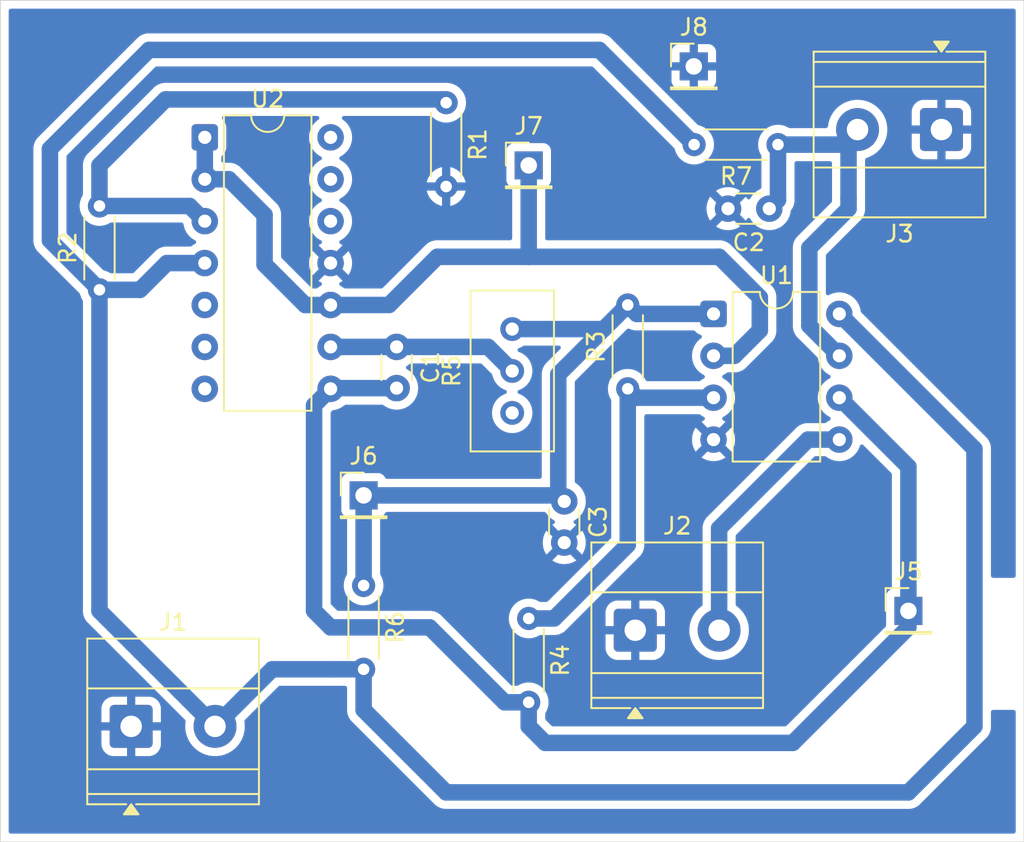
<source format=kicad_pcb>
(kicad_pcb (version 20241229) (generator "pcbnew") (generator_version "9.0")
  (layers (0 "F.Cu" signal) (2 "B.Cu" signal) (13 "F.Paste" user) (15 "B.Paste" user) (5 "F.SilkS" user "F.Silkscreen") (7 "B.SilkS" user "B.Silkscreen") (1 "F.Mask" user) (3 "B.Mask" user) (25 "Edge.Cuts" user))
  (net 0 "")
  (net 1 "GND")
  (net 2 "Net-(U1A-+)")
  (net 3 "Vcc")
  (net 4 "Net-(U2C--)")
  (net 5 "Va")
  (net 6 "Vb")
  (net 7 "Net-(J7-Pin_1)")
  (net 8 "Net-(U2A-+)")
  (net 9 "Vr")
  (net 10 "Vg")
  (footprint "TerminalBlock_Phoenix:TerminalBlock_Phoenix_MKDS-1,5-2-5.08_1x02_P5.08mm_Horizontal" (layer "F.Cu") (at 156.455 108.1725)
    (property "Reference" "J2" (at 2.54 -6.32 0) (layer "F.SilkS"))
    (property "Value" "ref")
    (fp_line (start -2.66 -5.32) (end -2.66 4.72) (stroke (width 0.12)) (layer "F.SilkS"))
    (fp_line (start -2.66 -5.32) (end 7.74 -5.32) (stroke (width 0.12)) (layer "F.SilkS"))
    (fp_line (start -2.66 -2.3) (end 7.74 -2.3) (stroke (width 0.12)) (layer "F.SilkS"))
    (fp_line (start -2.66 2.6) (end 7.74 2.6) (stroke (width 0.12)) (layer "F.SilkS"))
    (fp_line (start -2.66 4.1) (end 7.74 4.1) (stroke (width 0.12)) (layer "F.SilkS"))
    (fp_line (start -2.66 4.72) (end -0.3 4.72) (stroke (width 0.12)) (layer "F.SilkS"))
    (fp_line (start 0.3 4.72) (end 7.74 4.72) (stroke (width 0.12)) (layer "F.SilkS"))
    (fp_line (start 7.74 -5.32) (end 7.74 4.72) (stroke (width 0.12)) (layer "F.SilkS"))
    (fp_poly (pts (xy 0 4.72) (xy 0.44 5.33) (xy -0.44 5.33)) (stroke (width 0.12)) (fill yes) (layer "F.SilkS"))
    (pad "1" thru_hole roundrect (at 0 0) (size 2.6 2.6) (drill 1.3) (layers "*.Cu" "*.Mask") (roundrect_rratio 0.096154) (net 1 "GND"))
    (pad "2" thru_hole circle (at 5.08 0) (size 2.6 2.6) (drill 1.3) (layers "*.Cu" "*.Mask") (net 9 "Vr"))
  )
  (footprint "Connector_PinHeader_2.54mm:PinHeader_1x01_P2.54mm_Vertical" (layer "F.Cu") (at 173 107)
    (property "Reference" "J5" (at 0 -2.38 0) (layer "F.SilkS"))
    (property "Value" "Vb_pin")
    (fp_line (start -1.38 -1.38) (end 0 -1.38) (stroke (width 0.12)) (layer "F.SilkS"))
    (fp_line (start -1.38 0) (end -1.38 -1.38) (stroke (width 0.12)) (layer "F.SilkS"))
    (fp_line (start -1.38 1.27) (end -1.38 1.38) (stroke (width 0.12)) (layer "F.SilkS"))
    (fp_line (start -1.38 1.27) (end 1.38 1.27) (stroke (width 0.12)) (layer "F.SilkS"))
    (fp_line (start -1.38 1.38) (end 1.38 1.38) (stroke (width 0.12)) (layer "F.SilkS"))
    (fp_line (start 1.38 1.27) (end 1.38 1.38) (stroke (width 0.12)) (layer "F.SilkS"))
    (pad "1" thru_hole rect (at 0 0) (size 1.7 1.7) (drill 1) (layers "*.Cu" "*.Mask") (net 6 "Vb"))
  )
  (footprint "TerminalBlock_Phoenix:TerminalBlock_Phoenix_MKDS-1,5-2-5.08_1x02_P5.08mm_Horizontal" (layer "F.Cu") (at 125.92 114)
    (property "Reference" "J1" (at 2.54 -6.32 0) (layer "F.SilkS"))
    (property "Value" "in")
    (fp_line (start -2.66 -5.32) (end -2.66 4.72) (stroke (width 0.12)) (layer "F.SilkS"))
    (fp_line (start -2.66 -5.32) (end 7.74 -5.32) (stroke (width 0.12)) (layer "F.SilkS"))
    (fp_line (start -2.66 -2.3) (end 7.74 -2.3) (stroke (width 0.12)) (layer "F.SilkS"))
    (fp_line (start -2.66 2.6) (end 7.74 2.6) (stroke (width 0.12)) (layer "F.SilkS"))
    (fp_line (start -2.66 4.1) (end 7.74 4.1) (stroke (width 0.12)) (layer "F.SilkS"))
    (fp_line (start -2.66 4.72) (end -0.3 4.72) (stroke (width 0.12)) (layer "F.SilkS"))
    (fp_line (start 0.3 4.72) (end 7.74 4.72) (stroke (width 0.12)) (layer "F.SilkS"))
    (fp_line (start 7.74 -5.32) (end 7.74 4.72) (stroke (width 0.12)) (layer "F.SilkS"))
    (fp_poly (pts (xy 0 4.72) (xy 0.44 5.33) (xy -0.44 5.33)) (stroke (width 0.12)) (fill yes) (layer "F.SilkS"))
    (pad "1" thru_hole roundrect (at 0 0) (size 2.6 2.6) (drill 1.3) (layers "*.Cu" "*.Mask") (roundrect_rratio 0.096154) (net 1 "GND"))
    (pad "2" thru_hole circle (at 5.08 0) (size 2.6 2.6) (drill 1.3) (layers "*.Cu" "*.Mask") (net 3 "Vcc"))
  )
  (footprint "TerminalBlock_Phoenix:TerminalBlock_Phoenix_MKDS-1,5-2-5.08_1x02_P5.08mm_Horizontal" (layer "F.Cu") (at 175 77.8275 180)
    (property "Reference" "J3" (at 2.54 -6.32 0) (layer "F.SilkS"))
    (property "Value" "out")
    (fp_line (start 7.74 -5.32) (end 7.74 4.72) (stroke (width 0.12)) (layer "F.SilkS"))
    (fp_line (start 0.3 4.72) (end 7.74 4.72) (stroke (width 0.12)) (layer "F.SilkS"))
    (fp_line (start -2.66 4.72) (end -0.3 4.72) (stroke (width 0.12)) (layer "F.SilkS"))
    (fp_line (start -2.66 4.1) (end 7.74 4.1) (stroke (width 0.12)) (layer "F.SilkS"))
    (fp_line (start -2.66 2.6) (end 7.74 2.6) (stroke (width 0.12)) (layer "F.SilkS"))
    (fp_line (start -2.66 -2.3) (end 7.74 -2.3) (stroke (width 0.12)) (layer "F.SilkS"))
    (fp_line (start -2.66 -5.32) (end 7.74 -5.32) (stroke (width 0.12)) (layer "F.SilkS"))
    (fp_line (start -2.66 -5.32) (end -2.66 4.72) (stroke (width 0.12)) (layer "F.SilkS"))
    (fp_poly (pts (xy 0 4.72) (xy 0.44 5.33) (xy -0.44 5.33)) (stroke (width 0.12)) (fill yes) (layer "F.SilkS"))
    (pad "1" thru_hole roundrect (at 0 0 180) (size 2.6 2.6) (drill 1.3) (layers "*.Cu" "*.Mask") (roundrect_rratio 0.096154) (net 1 "GND"))
    (pad "2" thru_hole circle (at 5.08 0 180) (size 2.6 2.6) (drill 1.3) (layers "*.Cu" "*.Mask") (net 10 "Vg"))
  )
  (footprint "Capacitor_THT:C_Disc_D3.0mm_W1.6mm_P2.50mm" (layer "F.Cu") (at 142 91 -90)
    (property "Reference" "C1" (at 1.25 -2.05 90) (layer "F.SilkS"))
    (property "Value" "33pF")
    (fp_line (start 0.485 0.92) (end 2.015 0.92) (stroke (width 0.12)) (layer "F.SilkS"))
    (fp_line (start 0.485 -0.92) (end 2.015 -0.92) (stroke (width 0.12)) (layer "F.SilkS"))
    (pad "1" thru_hole circle (at 0 0 270) (size 1.6 1.6) (drill 0.8) (layers "*.Cu" "*.Mask") (net 4 "Net-(U2C--)"))
    (pad "2" thru_hole circle (at 2.5 0 270) (size 1.6 1.6) (drill 0.8) (layers "*.Cu" "*.Mask") (net 6 "Vb"))
  )
  (footprint "Resistor_THT:R_Axial_DIN0204_L3.6mm_D1.6mm_P5.08mm_Horizontal" (layer "F.Cu") (at 156 93.54 90)
    (property "Reference" "R3" (at 2.54 -1.92 90) (layer "F.SilkS"))
    (property "Value" "100k")
    (fp_line (start 0.62 -0.92) (end 4.46 -0.92) (stroke (width 0.12)) (layer "F.SilkS"))
    (fp_line (start 0.62 0.92) (end 4.46 0.92) (stroke (width 0.12)) (layer "F.SilkS"))
    (pad "1" thru_hole circle (at 0 0 90) (size 1.4 1.4) (drill 0.7) (layers "*.Cu" "*.Mask") (net 2 "Net-(U1A-+)"))
    (pad "2" thru_hole oval (at 5.08 0 90) (size 1.4 1.4) (drill 0.7) (layers "*.Cu" "*.Mask") (net 5 "Va"))
  )
  (footprint "Connector_PinHeader_2.54mm:PinHeader_1x01_P2.54mm_Vertical" (layer "F.Cu") (at 160 74)
    (property "Reference" "J8" (at 0 -2.38 0) (layer "F.SilkS"))
    (property "Value" "gnd_pin")
    (fp_line (start -1.38 -1.38) (end 0 -1.38) (stroke (width 0.12)) (layer "F.SilkS"))
    (fp_line (start -1.38 0) (end -1.38 -1.38) (stroke (width 0.12)) (layer "F.SilkS"))
    (fp_line (start -1.38 1.27) (end -1.38 1.38) (stroke (width 0.12)) (layer "F.SilkS"))
    (fp_line (start -1.38 1.27) (end 1.38 1.27) (stroke (width 0.12)) (layer "F.SilkS"))
    (fp_line (start -1.38 1.38) (end 1.38 1.38) (stroke (width 0.12)) (layer "F.SilkS"))
    (fp_line (start 1.38 1.27) (end 1.38 1.38) (stroke (width 0.12)) (layer "F.SilkS"))
    (pad "1" thru_hole rect (at 0 0) (size 1.7 1.7) (drill 1) (layers "*.Cu" "*.Mask") (net 1 "GND"))
  )
  (footprint "Resistor_THT:R_Axial_DIN0204_L3.6mm_D1.6mm_P5.08mm_Horizontal" (layer "F.Cu") (at 124 87.54 90)
    (property "Reference" "R2" (at 2.54 -1.92 90) (layer "F.SilkS"))
    (property "Value" "100k")
    (fp_line (start 0.62 -0.92) (end 4.46 -0.92) (stroke (width 0.12)) (layer "F.SilkS"))
    (fp_line (start 0.62 0.92) (end 4.46 0.92) (stroke (width 0.12)) (layer "F.SilkS"))
    (pad "1" thru_hole circle (at 0 0 90) (size 1.4 1.4) (drill 0.7) (layers "*.Cu" "*.Mask") (net 3 "Vcc"))
    (pad "2" thru_hole oval (at 5.08 0 90) (size 1.4 1.4) (drill 0.7) (layers "*.Cu" "*.Mask") (net 8 "Net-(U2A-+)"))
  )
  (footprint "Package_DIP:DIP-8_W7.62mm" (layer "F.Cu") (at 161.195 89)
    (property "Reference" "U1" (at 3.81 -2.33 0) (layer "F.SilkS"))
    (property "Value" "LM393")
    (fp_line (start 1.16 -1.33) (end 1.16 8.95) (stroke (width 0.12)) (layer "F.SilkS"))
    (fp_line (start 1.16 8.95) (end 6.46 8.95) (stroke (width 0.12)) (layer "F.SilkS"))
    (fp_line (start 2.81 -1.33) (end 1.16 -1.33) (stroke (width 0.12)) (layer "F.SilkS"))
    (fp_line (start 6.46 -1.33) (end 4.81 -1.33) (stroke (width 0.12)) (layer "F.SilkS"))
    (fp_line (start 6.46 8.95) (end 6.46 -1.33) (stroke (width 0.12)) (layer "F.SilkS"))
    (fp_arc (start 4.81 -1.33) (mid 3.81 -0.33) (end 2.81 -1.33) (stroke (width 0.12)) (layer "F.SilkS"))
    (pad "1" thru_hole roundrect (at 0 0) (size 1.6 1.6) (drill 0.8) (layers "*.Cu" "*.Mask") (roundrect_rratio 0.15625) (net 5 "Va"))
    (pad "2" thru_hole circle (at 0 2.54) (size 1.6 1.6) (drill 0.8) (layers "*.Cu" "*.Mask") (net 7 "Net-(J7-Pin_1)"))
    (pad "3" thru_hole circle (at 0 5.08) (size 1.6 1.6) (drill 0.8) (layers "*.Cu" "*.Mask") (net 2 "Net-(U1A-+)"))
    (pad "4" thru_hole circle (at 0 7.62) (size 1.6 1.6) (drill 0.8) (layers "*.Cu" "*.Mask") (net 1 "GND"))
    (pad "5" thru_hole circle (at 7.62 7.62) (size 1.6 1.6) (drill 0.8) (layers "*.Cu" "*.Mask") (net 9 "Vr"))
    (pad "6" thru_hole circle (at 7.62 5.08) (size 1.6 1.6) (drill 0.8) (layers "*.Cu" "*.Mask") (net 6 "Vb"))
    (pad "7" thru_hole circle (at 7.62 2.54) (size 1.6 1.6) (drill 0.8) (layers "*.Cu" "*.Mask") (net 10 "Vg"))
    (pad "8" thru_hole circle (at 7.62 0) (size 1.6 1.6) (drill 0.8) (layers "*.Cu" "*.Mask") (net 3 "Vcc"))
  )
  (footprint "Capacitor_THT:C_Disc_D3.0mm_W1.6mm_P2.50mm" (layer "F.Cu") (at 164.574337 82.621247 180)
    (property "Reference" "C2" (at 1.25 -2.05 0) (layer "F.SilkS"))
    (property "Value" "1.8p")
    (fp_line (start 0.485 0.92) (end 2.015 0.92) (stroke (width 0.12)) (layer "F.SilkS"))
    (fp_line (start 0.485 -0.92) (end 2.015 -0.92) (stroke (width 0.12)) (layer "F.SilkS"))
    (pad "1" thru_hole circle (at 0 0 180) (size 1.6 1.6) (drill 0.8) (layers "*.Cu" "*.Mask") (net 10 "Vg"))
    (pad "2" thru_hole circle (at 2.5 0 180) (size 1.6 1.6) (drill 0.8) (layers "*.Cu" "*.Mask") (net 1 "GND"))
  )
  (footprint "Resistor_THT:R_Axial_DIN0204_L3.6mm_D1.6mm_P5.08mm_Horizontal" (layer "F.Cu") (at 165.1 78.74 180)
    (property "Reference" "R7" (at 2.54 -1.92 0) (layer "F.SilkS"))
    (property "Value" "12k")
    (fp_line (start 0.62 0.92) (end 4.46 0.92) (stroke (width 0.12)) (layer "F.SilkS"))
    (fp_line (start 0.62 -0.92) (end 4.46 -0.92) (stroke (width 0.12)) (layer "F.SilkS"))
    (pad "1" thru_hole circle (at 0 0 180) (size 1.4 1.4) (drill 0.7) (layers "*.Cu" "*.Mask") (net 10 "Vg"))
    (pad "2" thru_hole oval (at 5.08 0 180) (size 1.4 1.4) (drill 0.7) (layers "*.Cu" "*.Mask") (net 3 "Vcc"))
  )
  (footprint "Resistor_THT:R_Axial_DIN0204_L3.6mm_D1.6mm_P5.08mm_Horizontal" (layer "F.Cu") (at 145 76.2 -90)
    (property "Reference" "R1" (at 2.54 -1.92 90) (layer "F.SilkS"))
    (property "Value" "100k")
    (fp_line (start 0.62 0.92) (end 4.46 0.92) (stroke (width 0.12)) (layer "F.SilkS"))
    (fp_line (start 0.62 -0.92) (end 4.46 -0.92) (stroke (width 0.12)) (layer "F.SilkS"))
    (pad "1" thru_hole circle (at 0 0 270) (size 1.4 1.4) (drill 0.7) (layers "*.Cu" "*.Mask") (net 8 "Net-(U2A-+)"))
    (pad "2" thru_hole oval (at 5.08 0 270) (size 1.4 1.4) (drill 0.7) (layers "*.Cu" "*.Mask") (net 1 "GND"))
  )
  (footprint "Package_DIP:DIP-14_W7.62mm" (layer "F.Cu") (at 130.38 78.3)
    (property "Reference" "U2" (at 3.81 -2.33 0) (layer "F.SilkS"))
    (property "Value" "LM324")
    (fp_line (start 1.16 -1.33) (end 1.16 16.57) (stroke (width 0.12)) (layer "F.SilkS"))
    (fp_line (start 1.16 16.57) (end 6.46 16.57) (stroke (width 0.12)) (layer "F.SilkS"))
    (fp_line (start 2.81 -1.33) (end 1.16 -1.33) (stroke (width 0.12)) (layer "F.SilkS"))
    (fp_line (start 6.46 -1.33) (end 4.81 -1.33) (stroke (width 0.12)) (layer "F.SilkS"))
    (fp_line (start 6.46 16.57) (end 6.46 -1.33) (stroke (width 0.12)) (layer "F.SilkS"))
    (fp_arc (start 4.81 -1.33) (mid 3.81 -0.33) (end 2.81 -1.33) (stroke (width 0.12)) (layer "F.SilkS"))
    (pad "1" thru_hole roundrect (at 0 0) (size 1.6 1.6) (drill 0.8) (layers "*.Cu" "*.Mask") (roundrect_rratio 0.15625) (net 7 "Net-(J7-Pin_1)"))
    (pad "2" thru_hole circle (at 0 2.54) (size 1.6 1.6) (drill 0.8) (layers "*.Cu" "*.Mask") (net 7 "Net-(J7-Pin_1)"))
    (pad "3" thru_hole circle (at 0 5.08) (size 1.6 1.6) (drill 0.8) (layers "*.Cu" "*.Mask") (net 8 "Net-(U2A-+)"))
    (pad "4" thru_hole circle (at 0 7.62) (size 1.6 1.6) (drill 0.8) (layers "*.Cu" "*.Mask") (net 3 "Vcc"))
    (pad "5" thru_hole circle (at 0 10.16) (size 1.6 1.6) (drill 0.8) (layers "*.Cu" "*.Mask"))
    (pad "6" thru_hole circle (at 0 12.7) (size 1.6 1.6) (drill 0.8) (layers "*.Cu" "*.Mask"))
    (pad "7" thru_hole circle (at 0 15.24) (size 1.6 1.6) (drill 0.8) (layers "*.Cu" "*.Mask"))
    (pad "8" thru_hole circle (at 7.62 15.24) (size 1.6 1.6) (drill 0.8) (layers "*.Cu" "*.Mask") (net 6 "Vb"))
    (pad "9" thru_hole circle (at 7.62 12.7) (size 1.6 1.6) (drill 0.8) (layers "*.Cu" "*.Mask") (net 4 "Net-(U2C--)"))
    (pad "10" thru_hole circle (at 7.62 10.16) (size 1.6 1.6) (drill 0.8) (layers "*.Cu" "*.Mask") (net 7 "Net-(J7-Pin_1)"))
    (pad "11" thru_hole circle (at 7.62 7.62) (size 1.6 1.6) (drill 0.8) (layers "*.Cu" "*.Mask") (net 1 "GND"))
    (pad "12" thru_hole circle (at 7.62 5.08) (size 1.6 1.6) (drill 0.8) (layers "*.Cu" "*.Mask"))
    (pad "13" thru_hole circle (at 7.62 2.54) (size 1.6 1.6) (drill 0.8) (layers "*.Cu" "*.Mask"))
    (pad "14" thru_hole circle (at 7.62 0) (size 1.6 1.6) (drill 0.8) (layers "*.Cu" "*.Mask"))
  )
  (footprint "Resistor_THT:R_Axial_DIN0204_L3.6mm_D1.6mm_P5.08mm_Horizontal" (layer "F.Cu") (at 150 107.46 -90)
    (property "Reference" "R4" (at 2.54 -1.92 90) (layer "F.SilkS"))
    (property "Value" "47k")
    (fp_line (start 0.62 0.92) (end 4.46 0.92) (stroke (width 0.12)) (layer "F.SilkS"))
    (fp_line (start 0.62 -0.92) (end 4.46 -0.92) (stroke (width 0.12)) (layer "F.SilkS"))
    (pad "1" thru_hole circle (at 0 0 270) (size 1.4 1.4) (drill 0.7) (layers "*.Cu" "*.Mask") (net 2 "Net-(U1A-+)"))
    (pad "2" thru_hole oval (at 5.08 0 270) (size 1.4 1.4) (drill 0.7) (layers "*.Cu" "*.Mask") (net 6 "Vb"))
  )
  (footprint "Capacitor_THT:C_Disc_D3.0mm_W1.6mm_P2.50mm" (layer "F.Cu") (at 152.15398 100.362386 -90)
    (property "Reference" "C3" (at 1.25 -2.05 90) (layer "F.SilkS"))
    (property "Value" "1.8p")
    (fp_line (start 0.485 0.92) (end 2.015 0.92) (stroke (width 0.12)) (layer "F.SilkS"))
    (fp_line (start 0.485 -0.92) (end 2.015 -0.92) (stroke (width 0.12)) (layer "F.SilkS"))
    (pad "1" thru_hole circle (at 0 0 270) (size 1.6 1.6) (drill 0.8) (layers "*.Cu" "*.Mask") (net 5 "Va"))
    (pad "2" thru_hole circle (at 2.5 0 270) (size 1.6 1.6) (drill 0.8) (layers "*.Cu" "*.Mask") (net 1 "GND"))
  )
  (footprint "Potentiometer_THT:Potentiometer_Bourns_3296W_Vertical" (layer "F.Cu") (at 149 89.92 90)
    (property "Reference" "R5" (at -2.54 -3.66 90) (layer "F.SilkS"))
    (property "Value" "100k")
    (fp_line (start 2.335 -2.52) (end 2.335 2.53) (stroke (width 0.12)) (layer "F.SilkS"))
    (fp_line (start -7.415 -2.52) (end 2.335 -2.52) (stroke (width 0.12)) (layer "F.SilkS"))
    (fp_line (start -7.415 -2.52) (end -7.415 2.53) (stroke (width 0.12)) (layer "F.SilkS"))
    (fp_line (start -7.415 2.53) (end 2.335 2.53) (stroke (width 0.12)) (layer "F.SilkS"))
    (pad "1" thru_hole circle (at 0 0 90) (size 1.44 1.44) (drill 0.8) (layers "*.Cu" "*.Mask") (net 5 "Va"))
    (pad "2" thru_hole circle (at -2.54 0 90) (size 1.44 1.44) (drill 0.8) (layers "*.Cu" "*.Mask") (net 4 "Net-(U2C--)"))
    (pad "3" thru_hole circle (at -5.08 0 90) (size 1.44 1.44) (drill 0.8) (layers "*.Cu" "*.Mask"))
  )
  (footprint "Resistor_THT:R_Axial_DIN0204_L3.6mm_D1.6mm_P5.08mm_Horizontal" (layer "F.Cu") (at 140 105.46 -90)
    (property "Reference" "R6" (at 2.54 -1.92 90) (layer "F.SilkS"))
    (property "Value" "12k")
    (fp_line (start 0.62 0.92) (end 4.46 0.92) (stroke (width 0.12)) (layer "F.SilkS"))
    (fp_line (start 0.62 -0.92) (end 4.46 -0.92) (stroke (width 0.12)) (layer "F.SilkS"))
    (pad "1" thru_hole circle (at 0 0 270) (size 1.4 1.4) (drill 0.7) (layers "*.Cu" "*.Mask") (net 5 "Va"))
    (pad "2" thru_hole oval (at 5.08 0 270) (size 1.4 1.4) (drill 0.7) (layers "*.Cu" "*.Mask") (net 3 "Vcc"))
  )
  (footprint "Connector_PinHeader_2.54mm:PinHeader_1x01_P2.54mm_Vertical" (layer "F.Cu") (at 140 100)
    (property "Reference" "J6" (at 0 -2.38 0) (layer "F.SilkS"))
    (property "Value" "Va_pin")
    (fp_line (start -1.38 -1.38) (end 0 -1.38) (stroke (width 0.12)) (layer "F.SilkS"))
    (fp_line (start -1.38 0) (end -1.38 -1.38) (stroke (width 0.12)) (layer "F.SilkS"))
    (fp_line (start -1.38 1.27) (end -1.38 1.38) (stroke (width 0.12)) (layer "F.SilkS"))
    (fp_line (start -1.38 1.27) (end 1.38 1.27) (stroke (width 0.12)) (layer "F.SilkS"))
    (fp_line (start -1.38 1.38) (end 1.38 1.38) (stroke (width 0.12)) (layer "F.SilkS"))
    (fp_line (start 1.38 1.27) (end 1.38 1.38) (stroke (width 0.12)) (layer "F.SilkS"))
    (pad "1" thru_hole rect (at 0 0) (size 1.7 1.7) (drill 1) (layers "*.Cu" "*.Mask") (net 5 "Va"))
  )
  (footprint "Connector_PinHeader_2.54mm:PinHeader_1x01_P2.54mm_Vertical" (layer "F.Cu") (at 150 80)
    (property "Reference" "J7" (at 0 -2.38 0) (layer "F.SilkS"))
    (property "Value" "Vref_pin")
    (fp_line (start -1.38 -1.38) (end 0 -1.38) (stroke (width 0.12)) (layer "F.SilkS"))
    (fp_line (start -1.38 0) (end -1.38 -1.38) (stroke (width 0.12)) (layer "F.SilkS"))
    (fp_line (start -1.38 1.27) (end -1.38 1.38) (stroke (width 0.12)) (layer "F.SilkS"))
    (fp_line (start -1.38 1.27) (end 1.38 1.27) (stroke (width 0.12)) (layer "F.SilkS"))
    (fp_line (start -1.38 1.38) (end 1.38 1.38) (stroke (width 0.12)) (layer "F.SilkS"))
    (fp_line (start 1.38 1.27) (end 1.38 1.38) (stroke (width 0.12)) (layer "F.SilkS"))
    (pad "1" thru_hole rect (at 0 0) (size 1.7 1.7) (drill 1) (layers "*.Cu" "*.Mask") (net 7 "Net-(J7-Pin_1)"))
  )
  (gr_line (start 180 121) (end 118 121) (stroke (width 0.05)) (layer "Edge.Cuts"))
  (gr_line (start 118 70) (end 180 70) (stroke (width 0.05)) (layer "Edge.Cuts"))
  (gr_line (start 180 70) (end 180 121) (stroke (width 0.05)) (layer "Edge.Cuts"))
  (gr_line (start 118 121) (end 118 70) (stroke (width 0.05)) (layer "Edge.Cuts"))
  (segment (start 156 103) (end 156 93.54) (width 1) (layer "B.Cu") (net 2))
  (segment (start 151.54 107.46) (end 156 103) (width 1) (layer "B.Cu") (net 2))
  (segment (start 150 107.46) (end 151.54 107.46) (width 1) (layer "B.Cu") (net 2))
  (segment (start 161.195 94.08) (end 156.54 94.08) (width 1) (layer "B.Cu") (net 2))
  (segment (start 156.54 94.08) (end 156 93.54) (width 1) (layer "B.Cu") (net 2))
  (segment (start 121 84.54) (end 121 79) (width 1) (layer "B.Cu") (net 3))
  (segment (start 128.08 85.92) (end 130.38 85.92) (width 1) (layer "B.Cu") (net 3))
  (segment (start 127 73) (end 154.28 73) (width 1) (layer "B.Cu") (net 3))
  (segment (start 177 114) (end 177 97.185) (width 1) (layer "B.Cu") (net 3))
  (segment (start 140 113) (end 145 118) (width 1) (layer "B.Cu") (net 3))
  (segment (start 140 110.54) (end 138 110.54) (width 1) (layer "B.Cu") (net 3))
  (segment (start 124 87.54) (end 126.46 87.54) (width 1) (layer "B.Cu") (net 3))
  (segment (start 131 114) (end 134.46 110.54) (width 1) (layer "B.Cu") (net 3))
  (segment (start 124 87.54) (end 121 84.54) (width 1) (layer "B.Cu") (net 3))
  (segment (start 177 97.185) (end 168.815 89) (width 1) (layer "B.Cu") (net 3))
  (segment (start 134.46 110.54) (end 138 110.54) (width 1) (layer "B.Cu") (net 3))
  (segment (start 145 118) (end 173 118) (width 1) (layer "B.Cu") (net 3))
  (segment (start 126.46 87.54) (end 128.08 85.92) (width 1) (layer "B.Cu") (net 3))
  (segment (start 140 110.54) (end 140 113) (width 1) (layer "B.Cu") (net 3))
  (segment (start 121 79) (end 127 73) (width 1) (layer "B.Cu") (net 3))
  (segment (start 154.28 73) (end 160.02 78.74) (width 1) (layer "B.Cu") (net 3))
  (segment (start 173 118) (end 177 114) (width 1) (layer "B.Cu") (net 3))
  (segment (start 124 87.54) (end 124 107) (width 1) (layer "B.Cu") (net 3))
  (segment (start 124 107) (end 131 114) (width 1) (layer "B.Cu") (net 3))
  (segment (start 142 91) (end 147.54 91) (width 1) (layer "B.Cu") (net 4))
  (segment (start 138 91) (end 142 91) (width 1) (layer "B.Cu") (net 4))
  (segment (start 147.54 91) (end 149 92.46) (width 1) (layer "B.Cu") (net 4))
  (segment (start 151.791594 92.668406) (end 154.54 89.92) (width 1) (layer "B.Cu") (net 5))
  (segment (start 156 88.46) (end 156.54 89) (width 1) (layer "B.Cu") (net 5))
  (segment (start 149 89.92) (end 154.54 89.92) (width 1) (layer "B.Cu") (net 5))
  (segment (start 140 105.46) (end 140 100) (width 1) (layer "B.Cu") (net 5))
  (segment (start 154.54 89.92) (end 156 88.46) (width 1) (layer "B.Cu") (net 5))
  (segment (start 140 100) (end 151.791594 100) (width 1) (layer "B.Cu") (net 5))
  (segment (start 151.791594 100) (end 152.15398 100.362386) (width 1) (layer "B.Cu") (net 5))
  (segment (start 151.791594 100) (end 151.791594 92.668406) (width 1) (layer "B.Cu") (net 5))
  (segment (start 156.54 89) (end 161.195 89) (width 1) (layer "B.Cu") (net 5))
  (segment (start 168.815 94.08) (end 173 98.265) (width 1) (layer "B.Cu") (net 6))
  (segment (start 151 115) (end 166 115) (width 1) (layer "B.Cu") (net 6))
  (segment (start 137 94.54) (end 138 93.54) (width 1) (layer "B.Cu") (net 6))
  (segment (start 138.04 93.5) (end 138 93.54) (width 1) (layer "B.Cu") (net 6))
  (segment (start 150 114) (end 151 115) (width 1) (layer "B.Cu") (net 6))
  (segment (start 150 112.54) (end 150 114) (width 1) (layer "B.Cu") (net 6))
  (segment (start 173 108) (end 173 107) (width 1) (layer "B.Cu") (net 6))
  (segment (start 138 108) (end 137 107) (width 1) (layer "B.Cu") (net 6))
  (segment (start 142 93.5) (end 138.04 93.5) (width 1) (layer "B.Cu") (net 6))
  (segment (start 148.54 112.54) (end 144 108) (width 1) (layer "B.Cu") (net 6))
  (segment (start 166 115) (end 173 108) (width 1) (layer "B.Cu") (net 6))
  (segment (start 150 112.54) (end 148.54 112.54) (width 1) (layer "B.Cu") (net 6))
  (segment (start 144 108) (end 138 108) (width 1) (layer "B.Cu") (net 6))
  (segment (start 137 107) (end 137 94.54) (width 1) (layer "B.Cu") (net 6))
  (segment (start 173 98.265) (end 173 107) (width 1) (layer "B.Cu") (net 6))
  (segment (start 150 80) (end 150 85.54) (width 1) (layer "B.Cu") (net 7))
  (segment (start 134 83) (end 134 86) (width 1) (layer "B.Cu") (net 7))
  (segment (start 162.46 91.54) (end 164 90) (width 1) (layer "B.Cu") (net 7))
  (segment (start 161.54 85.54) (end 150 85.54) (width 1) (layer "B.Cu") (net 7))
  (segment (start 130.38 80.84) (end 131.84 80.84) (width 1) (layer "B.Cu") (net 7))
  (segment (start 130.38 80.84) (end 130.38 78.3) (width 1) (layer "B.Cu") (net 7))
  (segment (start 134 86) (end 136.46 88.46) (width 1) (layer "B.Cu") (net 7))
  (segment (start 164 88) (end 161.54 85.54) (width 1) (layer "B.Cu") (net 7))
  (segment (start 144.46 85.54) (end 150 85.54) (width 1) (layer "B.Cu") (net 7))
  (segment (start 131.84 80.84) (end 134 83) (width 1) (layer "B.Cu") (net 7))
  (segment (start 141.54 88.46) (end 144.46 85.54) (width 1) (layer "B.Cu") (net 7))
  (segment (start 138 88.46) (end 141.54 88.46) (width 1) (layer "B.Cu") (net 7))
  (segment (start 136.46 88.46) (end 138 88.46) (width 1) (layer "B.Cu") (net 7))
  (segment (start 164 90) (end 164 88) (width 1) (layer "B.Cu") (net 7))
  (segment (start 161.195 91.54) (end 162.46 91.54) (width 1) (layer "B.Cu") (net 7))
  (segment (start 128 76) (end 144.8 76) (width 1) (layer "B.Cu") (net 8))
  (segment (start 124 82.46) (end 129.46 82.46) (width 1) (layer "B.Cu") (net 8))
  (segment (start 124 80) (end 128 76) (width 1) (layer "B.Cu") (net 8))
  (segment (start 144.8 76) (end 145 76.2) (width 1) (layer "B.Cu") (net 8))
  (segment (start 129.46 82.46) (end 130.38 83.38) (width 1) (layer "B.Cu") (net 8))
  (segment (start 124 82.46) (end 124 80) (width 1) (layer "B.Cu") (net 8))
  (segment (start 166.915 96.62) (end 168.815 96.62) (width 1) (layer "B.Cu") (net 9))
  (segment (start 161.535 102) (end 166.915 96.62) (width 1) (layer "B.Cu") (net 9))
  (segment (start 161.535 108.1725) (end 161.535 102) (width 1) (layer "B.Cu") (net 9))
  (segment (start 165.1 82.095584) (end 164.574337 82.621247) (width 1) (layer "B.Cu") (net 10))
  (segment (start 165.1 78.74) (end 165.1 82.095584) (width 1) (layer "B.Cu") (net 10))
  (segment (start 167 85) (end 169.37375 82.62625) (width 1) (layer "B.Cu") (net 10))
  (segment (start 169.37375 82.62625) (end 169.37375 82) (width 1) (layer "B.Cu") (net 10))
  (segment (start 165.1 78.74) (end 169.0075 78.74) (width 1) (layer "B.Cu") (net 10))
  (segment (start 169.0075 78.74) (end 169.92 77.8275) (width 1) (layer "B.Cu") (net 10))
  (segment (start 168.815 91.54) (end 167 89.725) (width 1) (layer "B.Cu") (net 10))
  (segment (start 169.92 77.8275) (end 169.37375 78.37375) (width 1) (layer "B.Cu") (net 10))
  (segment (start 169.37375 78.37375) (end 169.37375 82) (width 1) (layer "B.Cu") (net 10))
  (segment (start 167 89.725) (end 167 85) (width 1) (layer "B.Cu") (net 10))
  (zone (net 1) (net_name "GND") (layer "B.Cu") (connect_pads (clearance 0.5)) (min_thickness 0.25) (fill yes (thermal_gap 0.5) (thermal_bridge_width 0.5))
    (polygon (pts (xy 118 70) (xy 180 70) (xy 180 105) (xy 172 105) (xy 172 113) (xy 180 113) (xy 180 121) (xy 118 121)))
  )
)
</source>
